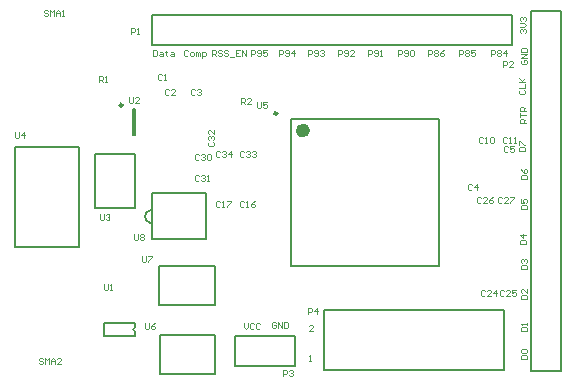
<source format=gto>
%FSLAX43Y43*%
%MOMM*%
G71*
G01*
G75*
G04 Layer_Color=65535*
%ADD10O,1.500X0.600*%
%ADD11R,1.500X0.600*%
%ADD12O,1.800X0.300*%
%ADD13O,0.300X1.800*%
%ADD14O,0.700X1.500*%
%ADD15R,0.700X1.500*%
%ADD16R,0.350X1.200*%
%ADD17R,1.000X1.100*%
%ADD18R,2.541X1.500*%
%ADD19R,1.500X1.500*%
%ADD20R,1.150X0.450*%
%ADD21R,1.700X1.100*%
%ADD22R,1.100X1.000*%
%ADD23C,0.254*%
%ADD24C,0.500*%
%ADD25C,1.000*%
%ADD26C,0.762*%
%ADD27C,1.500*%
%ADD28R,1.500X1.500*%
%ADD29C,2.286*%
%ADD30C,2.032*%
%ADD31C,0.254*%
%ADD32C,1.016*%
%ADD33C,1.524*%
%ADD34C,1.916*%
G04:AMPARAMS|DCode=35|XSize=2.424mm|YSize=2.424mm|CornerRadius=0mm|HoleSize=0mm|Usage=FLASHONLY|Rotation=0.000|XOffset=0mm|YOffset=0mm|HoleType=Round|Shape=Relief|Width=0.254mm|Gap=0.254mm|Entries=4|*
%AMTHD35*
7,0,0,2.424,1.916,0.254,45*
%
%ADD35THD35*%
G04:AMPARAMS|DCode=36|XSize=2.032mm|YSize=2.032mm|CornerRadius=0mm|HoleSize=0mm|Usage=FLASHONLY|Rotation=0.000|XOffset=0mm|YOffset=0mm|HoleType=Round|Shape=Relief|Width=0.254mm|Gap=0.254mm|Entries=4|*
%AMTHD36*
7,0,0,2.032,1.524,0.254,45*
%
%ADD36THD36*%
%ADD37C,2.718*%
%ADD38C,2.516*%
%ADD39C,1.219*%
%ADD40C,0.250*%
%ADD41C,0.600*%
%ADD42C,0.200*%
%ADD43C,0.100*%
%ADD44C,0.102*%
D40*
X51630Y60675D02*
G03*
X51630Y60675I-125J0D01*
G01*
X38547Y61369D02*
G03*
X38547Y61369I-125J0D01*
G01*
D41*
X54105Y59225D02*
G03*
X54105Y59225I-300J0D01*
G01*
D42*
X39600Y42562D02*
G03*
X39600Y42237I0J-162D01*
G01*
X40950Y52518D02*
G03*
X40950Y51368I71J-575D01*
G01*
X41675Y41900D02*
X46400D01*
Y38600D02*
Y41900D01*
X41675Y38600D02*
X46400D01*
X41675D02*
Y41900D01*
X41650Y47750D02*
X46375D01*
Y44450D02*
Y47750D01*
X41650Y44450D02*
X46375D01*
X41650D02*
Y47750D01*
X75695Y38890D02*
Y67465D01*
Y69370D01*
X73155D02*
X75695D01*
X73155Y38890D02*
Y69370D01*
Y38890D02*
X75695D01*
X52805Y47725D02*
Y60225D01*
X65305Y47725D02*
Y60225D01*
X52805D02*
X65305D01*
X52805Y47725D02*
X65305D01*
X42910Y69045D02*
X71485D01*
X41005D02*
X42910D01*
X41005Y66505D02*
Y69045D01*
Y66505D02*
X71485D01*
Y69045D01*
X36200Y52625D02*
X39575D01*
X36200D02*
Y57200D01*
X39575D01*
Y52625D02*
Y57200D01*
X39600Y42562D02*
Y42965D01*
Y41835D02*
Y42237D01*
X37000Y41835D02*
X39600D01*
X37000D02*
Y42965D01*
X39600D01*
X29425Y57850D02*
X34825D01*
X29425Y49350D02*
Y57850D01*
X34825Y49350D02*
Y57850D01*
X29425Y49350D02*
X34825D01*
X39397Y61044D02*
X39597D01*
X39397Y58844D02*
X39597D01*
X39397D02*
Y61044D01*
X39597Y58844D02*
Y61044D01*
X41014Y53975D02*
X45614D01*
Y50038D02*
Y53975D01*
X41014Y50038D02*
X45614D01*
X41014D02*
Y52579D01*
Y51429D02*
Y53975D01*
X48055Y41870D02*
X53135D01*
X48055Y39330D02*
Y41870D01*
Y39330D02*
X53135D01*
Y41870D01*
X55626Y38989D02*
Y44069D01*
X70866D01*
Y38989D02*
Y44069D01*
X55626Y38989D02*
X70866D01*
D43*
X70775Y64600D02*
Y65100D01*
X71025D01*
X71108Y65017D01*
Y64850D01*
X71025Y64767D01*
X70775D01*
X71608Y64600D02*
X71275D01*
X71608Y64933D01*
Y65017D01*
X71525Y65100D01*
X71358D01*
X71275Y65017D01*
X39250Y67400D02*
Y67900D01*
X39500D01*
X39583Y67817D01*
Y67650D01*
X39500Y67567D01*
X39250D01*
X39750Y67400D02*
X39916D01*
X39833D01*
Y67900D01*
X39750Y67817D01*
X40175Y48575D02*
Y48158D01*
X40258Y48075D01*
X40425D01*
X40508Y48158D01*
Y48575D01*
X40675D02*
X41008D01*
Y48492D01*
X40675Y48158D01*
Y48075D01*
X40425Y42950D02*
Y42533D01*
X40508Y42450D01*
X40675D01*
X40758Y42533D01*
Y42950D01*
X41258D02*
X41091Y42867D01*
X40925Y42700D01*
Y42533D01*
X41008Y42450D01*
X41175D01*
X41258Y42533D01*
Y42617D01*
X41175Y42700D01*
X40925D01*
X36600Y52125D02*
Y51708D01*
X36683Y51625D01*
X36850D01*
X36933Y51708D01*
Y52125D01*
X37100Y52042D02*
X37183Y52125D01*
X37350D01*
X37433Y52042D01*
Y51958D01*
X37350Y51875D01*
X37266D01*
X37350D01*
X37433Y51792D01*
Y51708D01*
X37350Y51625D01*
X37183D01*
X37100Y51708D01*
D44*
X49950Y61658D02*
Y61235D01*
X50035Y61150D01*
X50204D01*
X50289Y61235D01*
Y61658D01*
X50796D02*
X50458D01*
Y61404D01*
X50627Y61489D01*
X50712D01*
X50796Y61404D01*
Y61235D01*
X50712Y61150D01*
X50542D01*
X50458Y61235D01*
X41868Y63923D02*
X41783Y64008D01*
X41614D01*
X41529Y63923D01*
Y63585D01*
X41614Y63500D01*
X41783D01*
X41868Y63585D01*
X42037Y63500D02*
X42206D01*
X42121D01*
Y64008D01*
X42037Y63923D01*
X42503Y62653D02*
X42418Y62738D01*
X42249D01*
X42164Y62653D01*
Y62315D01*
X42249Y62230D01*
X42418D01*
X42503Y62315D01*
X43010Y62230D02*
X42672D01*
X43010Y62569D01*
Y62653D01*
X42926Y62738D01*
X42756D01*
X42672Y62653D01*
X44662D02*
X44577Y62738D01*
X44408D01*
X44323Y62653D01*
Y62315D01*
X44408Y62230D01*
X44577D01*
X44662Y62315D01*
X44831Y62653D02*
X44915Y62738D01*
X45085D01*
X45169Y62653D01*
Y62569D01*
X45085Y62484D01*
X45000D01*
X45085D01*
X45169Y62399D01*
Y62315D01*
X45085Y62230D01*
X44915D01*
X44831Y62315D01*
X68157Y54652D02*
X68072Y54737D01*
X67903D01*
X67818Y54652D01*
Y54314D01*
X67903Y54229D01*
X68072D01*
X68157Y54314D01*
X68580Y54229D02*
Y54737D01*
X68326Y54483D01*
X68664D01*
X71205Y57827D02*
X71120Y57912D01*
X70951D01*
X70866Y57827D01*
Y57489D01*
X70951Y57404D01*
X71120D01*
X71205Y57489D01*
X71712Y57912D02*
X71374D01*
Y57658D01*
X71543Y57743D01*
X71628D01*
X71712Y57658D01*
Y57489D01*
X71628Y57404D01*
X71458D01*
X71374Y57489D01*
X69046Y58589D02*
X68961Y58674D01*
X68792D01*
X68707Y58589D01*
Y58251D01*
X68792Y58166D01*
X68961D01*
X69046Y58251D01*
X69215Y58166D02*
X69384D01*
X69299D01*
Y58674D01*
X69215Y58589D01*
X69638D02*
X69723Y58674D01*
X69892D01*
X69977Y58589D01*
Y58251D01*
X69892Y58166D01*
X69723D01*
X69638Y58251D01*
Y58589D01*
X71078D02*
X70993Y58674D01*
X70824D01*
X70739Y58589D01*
Y58251D01*
X70824Y58166D01*
X70993D01*
X71078Y58251D01*
X71247Y58166D02*
X71416D01*
X71331D01*
Y58674D01*
X71247Y58589D01*
X71670Y58166D02*
X71839D01*
X71755D01*
Y58674D01*
X71670Y58589D01*
X48853Y53179D02*
X48768Y53264D01*
X48599D01*
X48514Y53179D01*
Y52840D01*
X48599Y52756D01*
X48768D01*
X48853Y52840D01*
X49022Y52756D02*
X49191D01*
X49106D01*
Y53264D01*
X49022Y53179D01*
X49784Y53264D02*
X49614Y53179D01*
X49445Y53010D01*
Y52840D01*
X49530Y52756D01*
X49699D01*
X49784Y52840D01*
Y52925D01*
X49699Y53010D01*
X49445D01*
X46821Y53179D02*
X46736Y53264D01*
X46567D01*
X46482Y53179D01*
Y52840D01*
X46567Y52756D01*
X46736D01*
X46821Y52840D01*
X46990Y52756D02*
X47159D01*
X47074D01*
Y53264D01*
X46990Y53179D01*
X47413Y53264D02*
X47752D01*
Y53179D01*
X47413Y52840D01*
Y52756D01*
X69214Y45648D02*
X69129Y45733D01*
X68960D01*
X68875Y45648D01*
Y45310D01*
X68960Y45225D01*
X69129D01*
X69214Y45310D01*
X69721Y45225D02*
X69383D01*
X69721Y45564D01*
Y45648D01*
X69637Y45733D01*
X69467D01*
X69383Y45648D01*
X70145Y45225D02*
Y45733D01*
X69891Y45479D01*
X70229D01*
X70824Y45635D02*
X70739Y45720D01*
X70570D01*
X70485Y45635D01*
Y45297D01*
X70570Y45212D01*
X70739D01*
X70824Y45297D01*
X71331Y45212D02*
X70993D01*
X71331Y45551D01*
Y45635D01*
X71247Y45720D01*
X71077D01*
X70993Y45635D01*
X71839Y45720D02*
X71501D01*
Y45466D01*
X71670Y45551D01*
X71755D01*
X71839Y45466D01*
Y45297D01*
X71755Y45212D01*
X71585D01*
X71501Y45297D01*
X68919Y53509D02*
X68834Y53594D01*
X68665D01*
X68580Y53509D01*
Y53171D01*
X68665Y53086D01*
X68834D01*
X68919Y53171D01*
X69426Y53086D02*
X69088D01*
X69426Y53425D01*
Y53509D01*
X69342Y53594D01*
X69172D01*
X69088Y53509D01*
X69934Y53594D02*
X69765Y53509D01*
X69596Y53340D01*
Y53171D01*
X69680Y53086D01*
X69850D01*
X69934Y53171D01*
Y53255D01*
X69850Y53340D01*
X69596D01*
X70697Y53509D02*
X70612Y53594D01*
X70443D01*
X70358Y53509D01*
Y53171D01*
X70443Y53086D01*
X70612D01*
X70697Y53171D01*
X71204Y53086D02*
X70866D01*
X71204Y53425D01*
Y53509D01*
X71120Y53594D01*
X70950D01*
X70866Y53509D01*
X71374Y53594D02*
X71712D01*
Y53509D01*
X71374Y53171D01*
Y53086D01*
X45043Y57192D02*
X44958Y57277D01*
X44789D01*
X44704Y57192D01*
Y56854D01*
X44789Y56769D01*
X44958D01*
X45043Y56854D01*
X45212Y57192D02*
X45296Y57277D01*
X45466D01*
X45550Y57192D01*
Y57108D01*
X45466Y57023D01*
X45381D01*
X45466D01*
X45550Y56938D01*
Y56854D01*
X45466Y56769D01*
X45296D01*
X45212Y56854D01*
X45720Y57192D02*
X45804Y57277D01*
X45974D01*
X46058Y57192D01*
Y56854D01*
X45974Y56769D01*
X45804D01*
X45720Y56854D01*
Y57192D01*
X45043Y55414D02*
X44958Y55499D01*
X44789D01*
X44704Y55414D01*
Y55076D01*
X44789Y54991D01*
X44958D01*
X45043Y55076D01*
X45212Y55414D02*
X45296Y55499D01*
X45466D01*
X45550Y55414D01*
Y55330D01*
X45466Y55245D01*
X45381D01*
X45466D01*
X45550Y55160D01*
Y55076D01*
X45466Y54991D01*
X45296D01*
X45212Y55076D01*
X45720Y54991D02*
X45889D01*
X45804D01*
Y55499D01*
X45720Y55414D01*
X45886Y58281D02*
X45801Y58196D01*
Y58027D01*
X45886Y57942D01*
X46224D01*
X46309Y58027D01*
Y58196D01*
X46224Y58281D01*
X45886Y58450D02*
X45801Y58534D01*
Y58704D01*
X45886Y58788D01*
X45970D01*
X46055Y58704D01*
Y58619D01*
Y58704D01*
X46140Y58788D01*
X46224D01*
X46309Y58704D01*
Y58534D01*
X46224Y58450D01*
X46309Y59296D02*
Y58958D01*
X45970Y59296D01*
X45886D01*
X45801Y59212D01*
Y59042D01*
X45886Y58958D01*
X52150Y38425D02*
Y38933D01*
X52404D01*
X52489Y38848D01*
Y38679D01*
X52404Y38594D01*
X52150D01*
X52658Y38848D02*
X52742Y38933D01*
X52912D01*
X52996Y38848D01*
Y38764D01*
X52912Y38679D01*
X52827D01*
X52912D01*
X52996Y38594D01*
Y38510D01*
X52912Y38425D01*
X52742D01*
X52658Y38510D01*
X54229Y43688D02*
Y44196D01*
X54483D01*
X54568Y44111D01*
Y43942D01*
X54483Y43857D01*
X54229D01*
X54991Y43688D02*
Y44196D01*
X54737Y43942D01*
X55075D01*
X36576Y63373D02*
Y63881D01*
X36830D01*
X36915Y63796D01*
Y63627D01*
X36830Y63542D01*
X36576D01*
X36745D02*
X36915Y63373D01*
X37084D02*
X37253D01*
X37168D01*
Y63881D01*
X37084Y63796D01*
X48575Y61475D02*
Y61983D01*
X48829D01*
X48914Y61898D01*
Y61729D01*
X48829Y61644D01*
X48575D01*
X48744D02*
X48914Y61475D01*
X49421D02*
X49083D01*
X49421Y61814D01*
Y61898D01*
X49337Y61983D01*
X49167D01*
X49083Y61898D01*
X32216Y69384D02*
X32131Y69469D01*
X31962D01*
X31877Y69384D01*
Y69300D01*
X31962Y69215D01*
X32131D01*
X32216Y69130D01*
Y69046D01*
X32131Y68961D01*
X31962D01*
X31877Y69046D01*
X32385Y68961D02*
Y69469D01*
X32554Y69300D01*
X32723Y69469D01*
Y68961D01*
X32893D02*
Y69300D01*
X33062Y69469D01*
X33231Y69300D01*
Y68961D01*
Y69215D01*
X32893D01*
X33401Y68961D02*
X33570D01*
X33485D01*
Y69469D01*
X33401Y69384D01*
X36989Y46229D02*
Y45805D01*
X37074Y45721D01*
X37243D01*
X37328Y45805D01*
Y46229D01*
X37497Y45721D02*
X37666D01*
X37581D01*
Y46229D01*
X37497Y46144D01*
X39116Y62103D02*
Y61680D01*
X39201Y61595D01*
X39370D01*
X39455Y61680D01*
Y62103D01*
X39962Y61595D02*
X39624D01*
X39962Y61934D01*
Y62018D01*
X39878Y62103D01*
X39708D01*
X39624Y62018D01*
X29434Y59060D02*
Y58637D01*
X29519Y58553D01*
X29688D01*
X29773Y58637D01*
Y59060D01*
X30196Y58553D02*
Y59060D01*
X29942Y58807D01*
X30280D01*
X39500Y50433D02*
Y50010D01*
X39585Y49925D01*
X39754D01*
X39839Y50010D01*
Y50433D01*
X40008Y50348D02*
X40092Y50433D01*
X40262D01*
X40346Y50348D01*
Y50264D01*
X40262Y50179D01*
X40346Y50094D01*
Y50010D01*
X40262Y49925D01*
X40092D01*
X40008Y50010D01*
Y50094D01*
X40092Y50179D01*
X40008Y50264D01*
Y50348D01*
X40092Y50179D02*
X40262D01*
X48853Y57446D02*
X48768Y57531D01*
X48599D01*
X48514Y57446D01*
Y57108D01*
X48599Y57023D01*
X48768D01*
X48853Y57108D01*
X49022Y57446D02*
X49106Y57531D01*
X49276D01*
X49360Y57446D01*
Y57362D01*
X49276Y57277D01*
X49191D01*
X49276D01*
X49360Y57192D01*
Y57108D01*
X49276Y57023D01*
X49106D01*
X49022Y57108D01*
X49530Y57446D02*
X49614Y57531D01*
X49784D01*
X49868Y57446D01*
Y57362D01*
X49784Y57277D01*
X49699D01*
X49784D01*
X49868Y57192D01*
Y57108D01*
X49784Y57023D01*
X49614D01*
X49530Y57108D01*
X46821Y57446D02*
X46736Y57531D01*
X46567D01*
X46482Y57446D01*
Y57108D01*
X46567Y57023D01*
X46736D01*
X46821Y57108D01*
X46990Y57446D02*
X47074Y57531D01*
X47244D01*
X47328Y57446D01*
Y57362D01*
X47244Y57277D01*
X47159D01*
X47244D01*
X47328Y57192D01*
Y57108D01*
X47244Y57023D01*
X47074D01*
X46990Y57108D01*
X47752Y57023D02*
Y57531D01*
X47498Y57277D01*
X47836D01*
X31771Y39895D02*
X31686Y39980D01*
X31517D01*
X31432Y39895D01*
Y39811D01*
X31517Y39726D01*
X31686D01*
X31771Y39641D01*
Y39557D01*
X31686Y39472D01*
X31517D01*
X31432Y39557D01*
X31940Y39472D02*
Y39980D01*
X32109Y39811D01*
X32278Y39980D01*
Y39472D01*
X32448D02*
Y39811D01*
X32617Y39980D01*
X32786Y39811D01*
Y39472D01*
Y39726D01*
X32448D01*
X33294Y39472D02*
X32956D01*
X33294Y39811D01*
Y39895D01*
X33209Y39980D01*
X33040D01*
X32956Y39895D01*
X69700Y65575D02*
Y66083D01*
X69954D01*
X70039Y65998D01*
Y65829D01*
X69954Y65744D01*
X69700D01*
X70208Y65998D02*
X70292Y66083D01*
X70462D01*
X70546Y65998D01*
Y65914D01*
X70462Y65829D01*
X70546Y65744D01*
Y65660D01*
X70462Y65575D01*
X70292D01*
X70208Y65660D01*
Y65744D01*
X70292Y65829D01*
X70208Y65914D01*
Y65998D01*
X70292Y65829D02*
X70462D01*
X70970Y65575D02*
Y66083D01*
X70716Y65829D01*
X71054D01*
X67050Y65550D02*
Y66058D01*
X67304D01*
X67389Y65973D01*
Y65804D01*
X67304Y65719D01*
X67050D01*
X67558Y65973D02*
X67642Y66058D01*
X67812D01*
X67896Y65973D01*
Y65889D01*
X67812Y65804D01*
X67896Y65719D01*
Y65635D01*
X67812Y65550D01*
X67642D01*
X67558Y65635D01*
Y65719D01*
X67642Y65804D01*
X67558Y65889D01*
Y65973D01*
X67642Y65804D02*
X67812D01*
X68404Y66058D02*
X68066D01*
Y65804D01*
X68235Y65889D01*
X68320D01*
X68404Y65804D01*
Y65635D01*
X68320Y65550D01*
X68150D01*
X68066Y65635D01*
X64425Y65550D02*
Y66058D01*
X64679D01*
X64764Y65973D01*
Y65804D01*
X64679Y65719D01*
X64425D01*
X64933Y65973D02*
X65017Y66058D01*
X65187D01*
X65271Y65973D01*
Y65889D01*
X65187Y65804D01*
X65271Y65719D01*
Y65635D01*
X65187Y65550D01*
X65017D01*
X64933Y65635D01*
Y65719D01*
X65017Y65804D01*
X64933Y65889D01*
Y65973D01*
X65017Y65804D02*
X65187D01*
X65779Y66058D02*
X65610Y65973D01*
X65441Y65804D01*
Y65635D01*
X65525Y65550D01*
X65695D01*
X65779Y65635D01*
Y65719D01*
X65695Y65804D01*
X65441D01*
X61850Y65550D02*
Y66058D01*
X62104D01*
X62189Y65973D01*
Y65804D01*
X62104Y65719D01*
X61850D01*
X62358Y65635D02*
X62442Y65550D01*
X62612D01*
X62696Y65635D01*
Y65973D01*
X62612Y66058D01*
X62442D01*
X62358Y65973D01*
Y65889D01*
X62442Y65804D01*
X62696D01*
X62866Y65973D02*
X62950Y66058D01*
X63120D01*
X63204Y65973D01*
Y65635D01*
X63120Y65550D01*
X62950D01*
X62866Y65635D01*
Y65973D01*
X59325Y65525D02*
Y66033D01*
X59579D01*
X59664Y65948D01*
Y65779D01*
X59579Y65694D01*
X59325D01*
X59833Y65610D02*
X59917Y65525D01*
X60087D01*
X60171Y65610D01*
Y65948D01*
X60087Y66033D01*
X59917D01*
X59833Y65948D01*
Y65864D01*
X59917Y65779D01*
X60171D01*
X60341Y65525D02*
X60510D01*
X60425D01*
Y66033D01*
X60341Y65948D01*
X56750Y65500D02*
Y66008D01*
X57004D01*
X57089Y65923D01*
Y65754D01*
X57004Y65669D01*
X56750D01*
X57258Y65585D02*
X57342Y65500D01*
X57512D01*
X57596Y65585D01*
Y65923D01*
X57512Y66008D01*
X57342D01*
X57258Y65923D01*
Y65839D01*
X57342Y65754D01*
X57596D01*
X58104Y65500D02*
X57766D01*
X58104Y65839D01*
Y65923D01*
X58020Y66008D01*
X57850D01*
X57766Y65923D01*
X54250Y65500D02*
Y66008D01*
X54504D01*
X54589Y65923D01*
Y65754D01*
X54504Y65669D01*
X54250D01*
X54758Y65585D02*
X54842Y65500D01*
X55012D01*
X55096Y65585D01*
Y65923D01*
X55012Y66008D01*
X54842D01*
X54758Y65923D01*
Y65839D01*
X54842Y65754D01*
X55096D01*
X55266Y65923D02*
X55350Y66008D01*
X55520D01*
X55604Y65923D01*
Y65839D01*
X55520Y65754D01*
X55435D01*
X55520D01*
X55604Y65669D01*
Y65585D01*
X55520Y65500D01*
X55350D01*
X55266Y65585D01*
X51775Y65525D02*
Y66033D01*
X52029D01*
X52114Y65948D01*
Y65779D01*
X52029Y65694D01*
X51775D01*
X52283Y65610D02*
X52367Y65525D01*
X52537D01*
X52621Y65610D01*
Y65948D01*
X52537Y66033D01*
X52367D01*
X52283Y65948D01*
Y65864D01*
X52367Y65779D01*
X52621D01*
X53045Y65525D02*
Y66033D01*
X52791Y65779D01*
X53129D01*
X49375Y65500D02*
Y66008D01*
X49629D01*
X49714Y65923D01*
Y65754D01*
X49629Y65669D01*
X49375D01*
X49883Y65585D02*
X49967Y65500D01*
X50137D01*
X50221Y65585D01*
Y65923D01*
X50137Y66008D01*
X49967D01*
X49883Y65923D01*
Y65839D01*
X49967Y65754D01*
X50221D01*
X50729Y66008D02*
X50391D01*
Y65754D01*
X50560Y65839D01*
X50645D01*
X50729Y65754D01*
Y65585D01*
X50645Y65500D01*
X50475D01*
X50391Y65585D01*
X46125Y65525D02*
Y66033D01*
X46379D01*
X46464Y65948D01*
Y65779D01*
X46379Y65694D01*
X46125D01*
X46294D02*
X46464Y65525D01*
X46971Y65948D02*
X46887Y66033D01*
X46717D01*
X46633Y65948D01*
Y65864D01*
X46717Y65779D01*
X46887D01*
X46971Y65694D01*
Y65610D01*
X46887Y65525D01*
X46717D01*
X46633Y65610D01*
X47479Y65948D02*
X47395Y66033D01*
X47225D01*
X47141Y65948D01*
Y65864D01*
X47225Y65779D01*
X47395D01*
X47479Y65694D01*
Y65610D01*
X47395Y65525D01*
X47225D01*
X47141Y65610D01*
X47649Y65440D02*
X47987D01*
X48495Y66033D02*
X48156D01*
Y65525D01*
X48495D01*
X48156Y65779D02*
X48326D01*
X48664Y65525D02*
Y66033D01*
X49003Y65525D01*
Y66033D01*
X44114Y65948D02*
X44029Y66033D01*
X43860D01*
X43775Y65948D01*
Y65610D01*
X43860Y65525D01*
X44029D01*
X44114Y65610D01*
X44367Y65525D02*
X44537D01*
X44621Y65610D01*
Y65779D01*
X44537Y65864D01*
X44367D01*
X44283Y65779D01*
Y65610D01*
X44367Y65525D01*
X44791D02*
Y65864D01*
X44875D01*
X44960Y65779D01*
Y65525D01*
Y65779D01*
X45045Y65864D01*
X45129Y65779D01*
Y65525D01*
X45299Y65356D02*
Y65864D01*
X45552D01*
X45637Y65779D01*
Y65610D01*
X45552Y65525D01*
X45299D01*
X41125Y66033D02*
Y65525D01*
X41379D01*
X41464Y65610D01*
Y65948D01*
X41379Y66033D01*
X41125D01*
X41717Y65864D02*
X41887D01*
X41971Y65779D01*
Y65525D01*
X41717D01*
X41633Y65610D01*
X41717Y65694D01*
X41971D01*
X42225Y65948D02*
Y65864D01*
X42141D01*
X42310D01*
X42225D01*
Y65610D01*
X42310Y65525D01*
X42649Y65864D02*
X42818D01*
X42902Y65779D01*
Y65525D01*
X42649D01*
X42564Y65610D01*
X42649Y65694D01*
X42902D01*
X51539Y42898D02*
X51454Y42983D01*
X51285D01*
X51200Y42898D01*
Y42560D01*
X51285Y42475D01*
X51454D01*
X51539Y42560D01*
Y42729D01*
X51369D01*
X51708Y42475D02*
Y42983D01*
X52046Y42475D01*
Y42983D01*
X52216D02*
Y42475D01*
X52470D01*
X52554Y42560D01*
Y42898D01*
X52470Y42983D01*
X52216D01*
X48850Y42958D02*
Y42619D01*
X49019Y42450D01*
X49189Y42619D01*
Y42958D01*
X49696Y42873D02*
X49612Y42958D01*
X49442D01*
X49358Y42873D01*
Y42535D01*
X49442Y42450D01*
X49612D01*
X49696Y42535D01*
X50204Y42873D02*
X50120Y42958D01*
X49950D01*
X49866Y42873D01*
Y42535D01*
X49950Y42450D01*
X50120D01*
X50204Y42535D01*
X72298Y67497D02*
X72213Y67582D01*
Y67751D01*
X72298Y67836D01*
X72382D01*
X72467Y67751D01*
Y67666D01*
Y67751D01*
X72552Y67836D01*
X72636D01*
X72721Y67751D01*
Y67582D01*
X72636Y67497D01*
X72213Y68005D02*
X72552D01*
X72721Y68174D01*
X72552Y68343D01*
X72213D01*
X72298Y68513D02*
X72213Y68597D01*
Y68767D01*
X72298Y68851D01*
X72382D01*
X72467Y68767D01*
Y68682D01*
Y68767D01*
X72552Y68851D01*
X72636D01*
X72721Y68767D01*
Y68597D01*
X72636Y68513D01*
X54695Y42291D02*
X54356D01*
X54695Y42630D01*
Y42714D01*
X54610Y42799D01*
X54441D01*
X54356Y42714D01*
Y39751D02*
X54525D01*
X54441D01*
Y40259D01*
X54356Y40174D01*
X72348Y65236D02*
X72263Y65151D01*
Y64982D01*
X72348Y64897D01*
X72686D01*
X72771Y64982D01*
Y65151D01*
X72686Y65236D01*
X72517D01*
Y65066D01*
X72771Y65405D02*
X72263D01*
X72771Y65743D01*
X72263D01*
Y65913D02*
X72771D01*
Y66167D01*
X72686Y66251D01*
X72348D01*
X72263Y66167D01*
Y65913D01*
X72221Y62696D02*
X72136Y62611D01*
Y62442D01*
X72221Y62357D01*
X72559D01*
X72644Y62442D01*
Y62611D01*
X72559Y62696D01*
X72136Y62865D02*
X72644D01*
Y63203D01*
X72136Y63373D02*
X72644D01*
X72475D01*
X72136Y63711D01*
X72390Y63457D01*
X72644Y63711D01*
X72656Y59878D02*
X72148D01*
Y60132D01*
X72233Y60217D01*
X72402D01*
X72487Y60132D01*
Y59878D01*
Y60048D02*
X72656Y60217D01*
X72148Y60386D02*
Y60725D01*
Y60555D01*
X72656D01*
Y60894D02*
X72148D01*
Y61148D01*
X72233Y61233D01*
X72402D01*
X72487Y61148D01*
Y60894D01*
Y61063D02*
X72656Y61233D01*
X72136Y57531D02*
X72644D01*
Y57785D01*
X72559Y57870D01*
X72221D01*
X72136Y57785D01*
Y57531D01*
Y58039D02*
Y58377D01*
X72221D01*
X72559Y58039D01*
X72644D01*
X72263Y55118D02*
X72771D01*
Y55372D01*
X72686Y55457D01*
X72348D01*
X72263Y55372D01*
Y55118D01*
Y55964D02*
X72348Y55795D01*
X72517Y55626D01*
X72686D01*
X72771Y55710D01*
Y55880D01*
X72686Y55964D01*
X72602D01*
X72517Y55880D01*
Y55626D01*
X72263Y52578D02*
X72771D01*
Y52832D01*
X72686Y52917D01*
X72348D01*
X72263Y52832D01*
Y52578D01*
Y53424D02*
Y53086D01*
X72517D01*
X72432Y53255D01*
Y53340D01*
X72517Y53424D01*
X72686D01*
X72771Y53340D01*
Y53170D01*
X72686Y53086D01*
X72167Y49650D02*
X72675D01*
Y49904D01*
X72590Y49989D01*
X72252D01*
X72167Y49904D01*
Y49650D01*
X72675Y50412D02*
X72167D01*
X72421Y50158D01*
Y50496D01*
X72263Y47498D02*
X72771D01*
Y47752D01*
X72686Y47837D01*
X72348D01*
X72263Y47752D01*
Y47498D01*
X72348Y48006D02*
X72263Y48090D01*
Y48260D01*
X72348Y48344D01*
X72432D01*
X72517Y48260D01*
Y48175D01*
Y48260D01*
X72602Y48344D01*
X72686D01*
X72771Y48260D01*
Y48090D01*
X72686Y48006D01*
X72263Y44958D02*
X72771D01*
Y45212D01*
X72686Y45297D01*
X72348D01*
X72263Y45212D01*
Y44958D01*
X72771Y45804D02*
Y45466D01*
X72432Y45804D01*
X72348D01*
X72263Y45720D01*
Y45550D01*
X72348Y45466D01*
X72263Y42291D02*
X72771D01*
Y42545D01*
X72686Y42630D01*
X72348D01*
X72263Y42545D01*
Y42291D01*
X72771Y42799D02*
Y42968D01*
Y42883D01*
X72263D01*
X72348Y42799D01*
X72263Y39878D02*
X72771D01*
Y40132D01*
X72686Y40217D01*
X72348D01*
X72263Y40132D01*
Y39878D01*
X72348Y40386D02*
X72263Y40470D01*
Y40640D01*
X72348Y40724D01*
X72686D01*
X72771Y40640D01*
Y40470D01*
X72686Y40386D01*
X72348D01*
M02*

</source>
